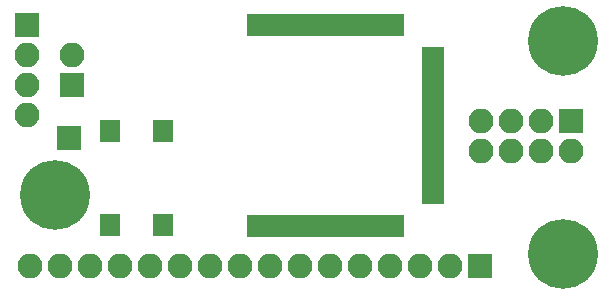
<source format=gbr>
G04 #@! TF.FileFunction,Soldermask,Bot*
%FSLAX46Y46*%
G04 Gerber Fmt 4.6, Leading zero omitted, Abs format (unit mm)*
G04 Created by KiCad (PCBNEW 4.0.7) date 07/22/18 11:21:55*
%MOMM*%
%LPD*%
G01*
G04 APERTURE LIST*
%ADD10C,0.100000*%
%ADD11R,1.300000X1.900000*%
%ADD12R,1.900000X1.300000*%
%ADD13R,2.100000X2.100000*%
%ADD14O,2.100000X2.100000*%
%ADD15C,5.900000*%
%ADD16R,1.700000X1.950000*%
G04 APERTURE END LIST*
D10*
D11*
X33808000Y-14614000D03*
X34908000Y-14614000D03*
X36008000Y-14614000D03*
X37108000Y-14614000D03*
X38208000Y-14614000D03*
X39308000Y-14614000D03*
X40408000Y-14614000D03*
X41508000Y-14614000D03*
X42608000Y-14614000D03*
X43708000Y-14614000D03*
X44808000Y-14614000D03*
X45908000Y-14614000D03*
D12*
X49008000Y-17064000D03*
X49008000Y-18164000D03*
X49008000Y-19264000D03*
X49008000Y-20364000D03*
X49008000Y-21464000D03*
X49008000Y-22564000D03*
X49008000Y-23664000D03*
X49008000Y-24764000D03*
X49008000Y-25864000D03*
X49008000Y-26964000D03*
X49008000Y-28064000D03*
X49008000Y-29164000D03*
D11*
X45908000Y-31614000D03*
X44808000Y-31614000D03*
X43708000Y-31614000D03*
X42608000Y-31614000D03*
X41508000Y-31614000D03*
X40408000Y-31614000D03*
X39308000Y-31614000D03*
X38208000Y-31614000D03*
X37108000Y-31614000D03*
X36008000Y-31614000D03*
X34908000Y-31614000D03*
X33808000Y-31614000D03*
D13*
X14605000Y-14605000D03*
D14*
X14605000Y-17145000D03*
X14605000Y-19685000D03*
X14605000Y-22225000D03*
D15*
X60000000Y-34000000D03*
X60000000Y-16000000D03*
X17000000Y-29000000D03*
D16*
X21626000Y-31539000D03*
X26126000Y-31539000D03*
X26126000Y-23579000D03*
X21626000Y-23579000D03*
D13*
X53000000Y-35000000D03*
D14*
X50460000Y-35000000D03*
X47920000Y-35000000D03*
X45380000Y-35000000D03*
X42840000Y-35000000D03*
X40300000Y-35000000D03*
X37760000Y-35000000D03*
X35220000Y-35000000D03*
X32680000Y-35000000D03*
X30140000Y-35000000D03*
X27600000Y-35000000D03*
X25060000Y-35000000D03*
X22520000Y-35000000D03*
X19980000Y-35000000D03*
X17440000Y-35000000D03*
X14900000Y-35000000D03*
D13*
X18415000Y-19685000D03*
D14*
X18415000Y-17145000D03*
D13*
X60706000Y-22733000D03*
D14*
X60706000Y-25273000D03*
X58166000Y-22733000D03*
X58166000Y-25273000D03*
X55626000Y-22733000D03*
X55626000Y-25273000D03*
X53086000Y-22733000D03*
X53086000Y-25273000D03*
D13*
X18161000Y-24130000D03*
M02*

</source>
